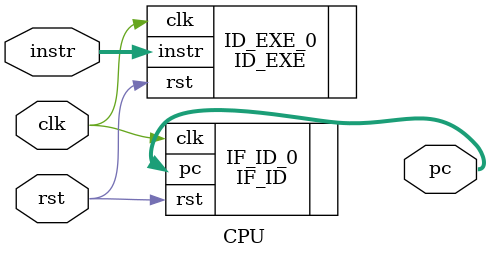
<source format=sv>
`include "IF_ID.sv"
`include "ID_EXE.sv"

module CPU(
	input clk, 
	input rst,
	input [31:0] instr,
	output [13:0] pc
	);


logic [13:0] pc;  // connect to IM
IF_ID IF_ID_0(.clk(clk),
	          .rst(rst),
	          .pc(pc)
	          );

ID_EXE ID_EXE_0(.clk(clk),
	            .rst(rst),
	            .instr(instr)
	            );


endmodule
</source>
